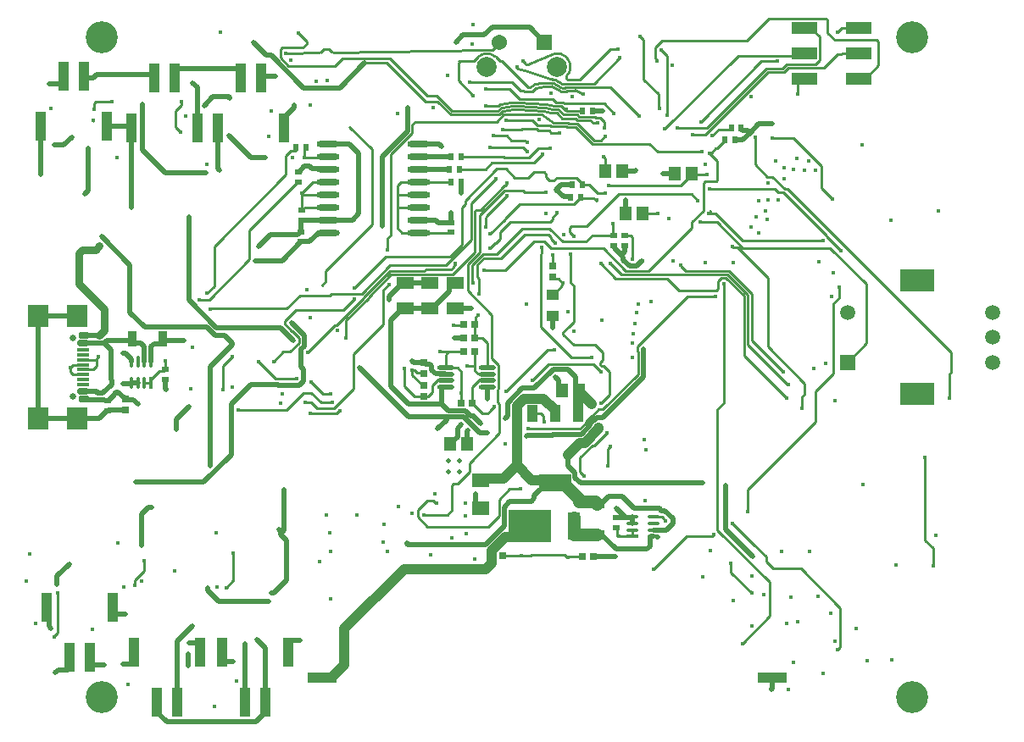
<source format=gbl>
G04*
G04 #@! TF.GenerationSoftware,Altium Limited,Altium Designer,22.1.2 (22)*
G04*
G04 Layer_Physical_Order=4*
G04 Layer_Color=16711680*
%FSLAX44Y44*%
%MOMM*%
G71*
G04*
G04 #@! TF.SameCoordinates,74BE647B-5A68-4C54-96DD-97E0C3036DEC*
G04*
G04*
G04 #@! TF.FilePolarity,Positive*
G04*
G01*
G75*
%ADD14C,0.2540*%
%ADD21R,0.7500X0.6500*%
%ADD25R,0.6500X0.7500*%
%ADD26R,0.6400X0.5400*%
%ADD31R,0.3750X1.1565*%
G04:AMPARAMS|DCode=32|XSize=1.1565mm|YSize=0.375mm|CornerRadius=0.1875mm|HoleSize=0mm|Usage=FLASHONLY|Rotation=90.000|XOffset=0mm|YOffset=0mm|HoleType=Round|Shape=RoundedRectangle|*
%AMROUNDEDRECTD32*
21,1,1.1565,0.0000,0,0,90.0*
21,1,0.7815,0.3750,0,0,90.0*
1,1,0.3750,0.0000,0.3908*
1,1,0.3750,0.0000,-0.3908*
1,1,0.3750,0.0000,-0.3908*
1,1,0.3750,0.0000,0.3908*
%
%ADD32ROUNDEDRECTD32*%
%ADD38R,0.5400X0.6400*%
%ADD39R,0.9000X1.6500*%
%ADD43R,1.2000X1.1000*%
%ADD44R,1.8000X1.3500*%
%ADD45R,0.6500X0.5500*%
%ADD46R,0.5500X0.6500*%
%ADD95C,0.6500*%
%ADD99R,1.5400X1.5400*%
%ADD100C,1.5400*%
%ADD101C,2.0000*%
%ADD105C,0.5080*%
%ADD107C,0.7620*%
%ADD109C,1.0000*%
%ADD110R,3.5000X2.3000*%
%ADD111R,1.5000X1.5000*%
%ADD112C,1.5000*%
%ADD113C,3.2000*%
%ADD114C,0.4500*%
%ADD115C,0.5000*%
%ADD116R,1.0000X3.0000*%
%ADD117O,2.3000X0.6000*%
%ADD118R,2.5400X1.2700*%
%ADD119R,1.1500X0.3000*%
G04:AMPARAMS|DCode=120|XSize=0.6mm|YSize=1.15mm|CornerRadius=0.15mm|HoleSize=0mm|Usage=FLASHONLY|Rotation=90.000|XOffset=0mm|YOffset=0mm|HoleType=Round|Shape=RoundedRectangle|*
%AMROUNDEDRECTD120*
21,1,0.6000,0.8500,0,0,90.0*
21,1,0.3000,1.1500,0,0,90.0*
1,1,0.3000,0.4250,0.1500*
1,1,0.3000,0.4250,-0.1500*
1,1,0.3000,-0.4250,-0.1500*
1,1,0.3000,-0.4250,0.1500*
%
%ADD120ROUNDEDRECTD120*%
G04:AMPARAMS|DCode=121|XSize=0.6mm|YSize=1.1mm|CornerRadius=0.15mm|HoleSize=0mm|Usage=FLASHONLY|Rotation=90.000|XOffset=0mm|YOffset=0mm|HoleType=Round|Shape=RoundedRectangle|*
%AMROUNDEDRECTD121*
21,1,0.6000,0.8000,0,0,90.0*
21,1,0.3000,1.1000,0,0,90.0*
1,1,0.3000,0.4000,0.1500*
1,1,0.3000,0.4000,-0.1500*
1,1,0.3000,-0.4000,-0.1500*
1,1,0.3000,-0.4000,0.1500*
%
%ADD121ROUNDEDRECTD121*%
%ADD122R,2.0000X2.1800*%
%ADD123R,3.0000X1.0000*%
%ADD124O,1.7000X0.4500*%
%ADD125R,1.1565X0.3750*%
G04:AMPARAMS|DCode=126|XSize=1.1565mm|YSize=0.375mm|CornerRadius=0.1875mm|HoleSize=0mm|Usage=FLASHONLY|Rotation=0.000|XOffset=0mm|YOffset=0mm|HoleType=Round|Shape=RoundedRectangle|*
%AMROUNDEDRECTD126*
21,1,1.1565,0.0000,0,0,0.0*
21,1,0.7815,0.3750,0,0,0.0*
1,1,0.3750,0.3908,0.0000*
1,1,0.3750,-0.3908,0.0000*
1,1,0.3750,-0.3908,0.0000*
1,1,0.3750,0.3908,0.0000*
%
%ADD126ROUNDEDRECTD126*%
%ADD127R,1.2000X1.4000*%
%ADD128R,1.6500X0.9000*%
%ADD129R,1.7062X1.1544*%
%ADD130R,1.1500X1.1000*%
%ADD131R,4.3500X3.2000*%
%ADD132R,3.2500X1.7000*%
%ADD133R,1.0000X1.7000*%
%ADD134C,1.2700*%
D14*
X299390Y675022D02*
G03*
X299485Y675113I-1706J1882D01*
G01*
X297617Y674256D02*
G03*
X299271Y674913I-52J2539D01*
G01*
X309409Y675219D02*
G03*
X311240Y674475I1796J1796D01*
G01*
X553067Y636749D02*
G03*
X553548Y636599I992J2338D01*
G01*
X530218Y644242D02*
G03*
X531535Y643902I4832J15996D01*
G01*
X544434Y650855D02*
G03*
X529891Y672464I-9384J9383D01*
G01*
X530756Y647682D02*
G03*
X533205Y647097I4294J12556D01*
G01*
X529734Y640802D02*
G03*
X529783Y640788I5316J19436D01*
G01*
X473670Y670240D02*
G03*
X456230Y670240I-8720J-10002D01*
G01*
X554529Y636348D02*
G03*
X554054Y636495I-986J-2341D01*
G01*
X437228Y665506D02*
G03*
X437227Y665506I1796J-1796D01*
G01*
X464950Y676948D02*
G03*
X464681Y676946I0J-16710D01*
G01*
X33000Y90500D02*
Y91030D01*
X36604Y94634D01*
Y134473D01*
X521625Y305625D02*
Y311095D01*
Y305625D02*
X522000Y305250D01*
X519220Y313500D02*
X521625Y311095D01*
X510000Y313500D02*
X519220D01*
X615479Y375894D02*
Y380508D01*
X580498Y317699D02*
X615750Y352952D01*
X615479Y380508D02*
X665626Y430654D01*
X615750Y352952D02*
Y375623D01*
X615479Y375894D02*
X615750Y375623D01*
X759940Y658690D02*
X764190Y662940D01*
X765690D01*
X744198Y658690D02*
X759940D01*
X766000Y659500D02*
X802000D01*
X761750Y655250D02*
X766000Y659500D01*
X745623Y655250D02*
X761750D01*
X765690Y662940D02*
X765750Y663000D01*
X793440D01*
X684663Y599155D02*
X744198Y658690D01*
X683178Y592805D02*
X745623Y655250D01*
X802000Y659500D02*
X815257Y672757D01*
X818807D01*
X793440Y663000D02*
X797038Y666598D01*
X655359Y599155D02*
X684663D01*
X670618Y592805D02*
X683178D01*
X716058Y671580D02*
X779378D01*
X642480Y598002D02*
X716058Y671580D01*
X775000Y633399D02*
Y643520D01*
X780080Y648600D02*
X781798D01*
X775000Y643520D02*
X780080Y648600D01*
X819400Y699400D02*
X836398D01*
X746290Y708290D02*
X803722D01*
X633150Y679745D02*
X636413Y683008D01*
X724500Y686500D02*
X746290Y708290D01*
X640250Y686500D02*
X724500D01*
X636758Y683008D02*
X640250Y686500D01*
X636413Y683008D02*
X636758D01*
X797038Y666598D02*
Y690510D01*
X788148Y699400D02*
X797038Y690510D01*
X781798Y699400D02*
X788148D01*
X818807Y672757D02*
X820051Y674000D01*
X836398D01*
X779378Y671580D02*
X781798Y674000D01*
X803722Y708290D02*
X805210Y706802D01*
Y694040D02*
Y706802D01*
Y694040D02*
X812250Y687000D01*
X854262D01*
X855750Y685512D01*
Y661602D02*
Y685512D01*
X842748Y648600D02*
X855750Y661602D01*
X836398Y648600D02*
X842748D01*
X633150Y668559D02*
Y679745D01*
Y668559D02*
X635169Y666540D01*
Y666010D02*
Y666540D01*
X815000Y695000D02*
X819400Y699400D01*
X720000Y84000D02*
X747250Y111250D01*
Y145648D01*
X701342Y324371D02*
Y443778D01*
X695290Y318318D02*
X701342Y324371D01*
X695290Y197460D02*
Y318318D01*
Y197460D02*
X747096Y145654D01*
X201000Y337500D02*
Y361001D01*
X210439Y370440D01*
X304764Y569795D02*
X305618Y570648D01*
X292945Y569795D02*
X304764D01*
X292400Y569250D02*
X292945Y569795D01*
X283250Y569250D02*
X292400D01*
X283000D02*
X283250D01*
X273929Y579180D02*
X274250Y579500D01*
X273929Y578820D02*
Y579180D01*
Y576524D02*
Y578820D01*
X269147Y576524D02*
X273929D01*
X264180Y571557D02*
X269147Y576524D01*
X264180Y552547D02*
Y571557D01*
X192446Y480813D02*
X264180Y552547D01*
X192446Y456079D02*
Y480813D01*
Y456079D02*
X192861Y455664D01*
Y441153D02*
Y455664D01*
X185486Y433777D02*
X192861Y441153D01*
X283000Y578250D02*
X284250Y579500D01*
X283000Y569250D02*
Y578250D01*
X187335Y427750D02*
X227680Y468094D01*
Y496930D01*
X276000Y545250D01*
X276500D01*
X178000Y427750D02*
X187335D01*
X548789Y444396D02*
Y473136D01*
Y444396D02*
X551533Y441652D01*
Y405614D02*
Y441652D01*
X546420Y400500D02*
X551533Y405614D01*
X677813Y505170D02*
X694816D01*
X720634Y479352D02*
X807756D01*
X686226Y513583D02*
X693417D01*
X694816Y505170D02*
X720634Y479352D01*
X720594Y486406D02*
X800433D01*
X693417Y513583D02*
X720594Y486406D01*
X686999Y538087D02*
X752290D01*
X755877Y534500D01*
X761218D01*
X730742Y183742D02*
X743693Y170792D01*
Y165607D02*
Y170792D01*
X710307Y204177D02*
X730742Y183742D01*
X390250Y352393D02*
Y357250D01*
X401405Y354179D02*
X401643Y353942D01*
X392779Y356971D02*
X395571Y354179D01*
X390529Y356971D02*
X392779D01*
X395571Y354179D02*
X401405D01*
X390250Y357250D02*
X390529Y356971D01*
X390250Y352393D02*
X401143Y341500D01*
X401643D01*
X332048Y373318D02*
X361704Y402975D01*
Y437084D01*
X367274Y442654D01*
X332048Y338518D02*
Y373318D01*
X113068Y141659D02*
X113443Y142034D01*
Y147320D02*
X122842Y156719D01*
Y166750D01*
X113443Y142034D02*
Y147320D01*
X369318Y573090D02*
X390460Y594232D01*
Y602249D02*
X393238Y605027D01*
X390460Y594232D02*
Y602249D01*
X369318Y492113D02*
Y573090D01*
X375454Y532548D02*
X387923D01*
X397617D01*
X387923D02*
Y533018D01*
X375978Y519848D02*
X397617D01*
X375454Y541760D02*
X378943Y545248D01*
X375454Y532548D02*
Y541760D01*
X378943Y545248D02*
X397617D01*
X375454Y520372D02*
X375978Y519848D01*
X375454Y498985D02*
Y520372D01*
Y532548D01*
X365878Y488673D02*
X369318Y492113D01*
X261273Y375296D02*
X268424D01*
X270232Y396303D02*
X270324D01*
X268424Y375296D02*
X277570Y384443D01*
X262986Y405746D02*
X274393Y417153D01*
X277570Y384443D02*
Y389057D01*
X262986Y403550D02*
X270232Y396303D01*
X270324D02*
X277570Y389057D01*
X262986Y403550D02*
Y405746D01*
X71750Y605970D02*
Y606500D01*
X540105Y444250D02*
X540500D01*
X531368Y432654D02*
X540221Y441506D01*
Y443971D01*
X540500Y444250D01*
X532563Y448119D02*
X536236D01*
X530583Y450099D02*
X532563Y448119D01*
X536236D02*
X540105Y444250D01*
X530868Y432654D02*
X531368D01*
X732708Y562925D02*
Y590154D01*
X750065Y550433D02*
X762558Y537940D01*
X745200Y550433D02*
X750065D01*
X762558Y537940D02*
X765239D01*
X732708Y562925D02*
X745200Y550433D01*
X765239Y537940D02*
X928270Y374909D01*
Y354794D02*
Y374909D01*
X771127Y589000D02*
X799014Y561113D01*
Y539453D02*
X810000Y528467D01*
X799014Y539453D02*
Y561113D01*
X750000Y589000D02*
X771127D01*
X708500Y155000D02*
X729500Y134000D01*
X708500Y155000D02*
Y163750D01*
X72500Y617500D02*
Y623701D01*
X74049Y625250D01*
X90500D01*
X153750Y615750D02*
X159755Y621755D01*
Y625245D01*
X159500Y625500D02*
X159755Y625245D01*
X153750Y599769D02*
Y615750D01*
Y599769D02*
X158592Y594927D01*
X815250Y77250D02*
Y77780D01*
X818070Y80600D02*
Y118940D01*
X815250Y77780D02*
X818070Y80600D01*
X452889Y402420D02*
X453920Y403451D01*
Y409980D01*
X456045Y412105D01*
Y412500D01*
X452889Y388920D02*
Y402420D01*
X299271Y674913D02*
X299390Y675022D01*
X311240Y674475D02*
X311245Y674475D01*
X299485Y675113D02*
X302193Y677820D01*
X306807D02*
X309408Y675219D01*
X264354Y673720D02*
X297617Y674256D01*
X311245Y674475D02*
X464681Y676946D01*
X309408Y675219D02*
X309409Y675219D01*
X302193Y677820D02*
X306807D01*
X557908Y647069D02*
X588589Y677750D01*
X595500D01*
X470998Y591263D02*
X484773D01*
X489188Y586848D01*
X480750Y597250D02*
X499065D01*
X500211Y598396D01*
X489188Y586848D02*
X502532D01*
X500211Y598396D02*
X514272D01*
X484250Y606750D02*
X484290Y606790D01*
X510187D01*
X301336Y333000D02*
X308750D01*
X289244Y345093D02*
X301336Y333000D01*
X658200Y461614D02*
X663586Y456228D01*
X658200Y461614D02*
Y462050D01*
X663586Y456228D02*
X706499D01*
X463761Y500261D02*
Y509442D01*
X463750Y500250D02*
X463761Y500261D01*
X482939Y509034D02*
X497253Y523348D01*
X482939Y508189D02*
Y509034D01*
X468250Y493500D02*
X482939Y508189D01*
X497253Y523348D02*
X551862D01*
X506500Y298500D02*
X558092D01*
X563540Y303948D01*
X431960Y402210D02*
X441679D01*
X441889Y402420D01*
X431750Y402000D02*
X431960Y402210D01*
X520750Y572756D02*
Y573000D01*
X512066Y564072D02*
X520750Y572756D01*
X469477Y564072D02*
X512066D01*
X778329Y158681D02*
X818070Y118940D01*
X529019Y594500D02*
X537250D01*
X527258Y596261D02*
X529019Y594500D01*
X477345Y211387D02*
Y227845D01*
X466457Y200500D02*
X477345Y211387D01*
Y227845D02*
X487863Y238363D01*
X498070D01*
X288318Y314158D02*
X315170D01*
X317621Y316609D02*
X318016D01*
X315170Y314158D02*
X317621Y316609D01*
X295644Y318967D02*
X312497D01*
X299181Y324537D02*
X310190D01*
X289611Y325000D02*
X295644Y318967D01*
X312497D02*
X332048Y338518D01*
X631373Y158239D02*
X664384Y191250D01*
X689720D01*
X691406Y192936D02*
X691936D01*
X689720Y191250D02*
X691406Y192936D01*
X251752Y365775D02*
X261273Y375296D01*
X510538Y346962D02*
X526287Y362710D01*
X571169D01*
X526000Y377500D02*
X532596D01*
X484000Y335500D02*
X526000Y377500D01*
X447500Y263967D02*
X477734Y294201D01*
X469679Y369003D02*
X476655Y362027D01*
X475854Y324750D02*
Y337398D01*
Y324750D02*
X477734Y322869D01*
X475854Y337398D02*
X476655Y338200D01*
X477734Y294201D02*
Y322869D01*
X476655Y338200D02*
Y362027D01*
X571169Y362710D02*
X578596Y355283D01*
X435908Y243500D02*
X447500Y255092D01*
X430000Y242012D02*
X431488Y243500D01*
X430000Y217250D02*
Y242012D01*
X431488Y243500D02*
X435908D01*
X447500Y255092D02*
Y263967D01*
X425331Y212581D02*
X430000Y217250D01*
X405530Y200500D02*
X466457D01*
X395849Y210181D02*
X405530Y200500D01*
X401643Y212581D02*
X425331D01*
X578550Y323629D02*
X587480Y332559D01*
X576077Y317699D02*
X580498D01*
X563540Y305449D02*
X569771Y311680D01*
X570057D02*
X576077Y317699D01*
X569771Y311680D02*
X570057D01*
X563540Y303948D02*
Y305449D01*
X518736Y400496D02*
Y472759D01*
Y400496D02*
X549591Y369641D01*
X569519D01*
X572487Y282080D02*
X585233Y294826D01*
X558038Y255165D02*
Y269709D01*
X570409Y282080D02*
X572487D01*
X558038Y269709D02*
X570409Y282080D01*
X587480Y332559D02*
Y355283D01*
X561583Y251090D02*
Y251620D01*
X558038Y255165D02*
X561583Y251620D01*
X586039Y261276D02*
Y278713D01*
X587920Y280594D01*
Y281124D01*
X750619Y158681D02*
X778329D01*
X743693Y165607D02*
X750619Y158681D01*
X382393Y341147D02*
X393039Y330500D01*
X401643D01*
X468090Y478906D02*
X472864Y483680D01*
X473683D02*
X478127Y488125D01*
X472864Y483680D02*
X473683D01*
X499000Y172000D02*
X508987D01*
X480500D02*
X499000D01*
X411568Y226552D02*
X414120Y224000D01*
X414650D01*
X405318Y226552D02*
X411568D01*
X450089Y462224D02*
X460977Y473113D01*
X455205Y450325D02*
Y462476D01*
X461778Y469049D01*
X450089Y446850D02*
Y462224D01*
X451419Y444050D02*
Y445520D01*
X461865Y456900D02*
X483197D01*
X450089Y446850D02*
X451419Y445520D01*
X467736Y316358D02*
X471940Y320562D01*
X472164D01*
X445625Y462626D02*
X457780Y474780D01*
Y511917D01*
X482735Y536873D01*
X500493D02*
X500625Y536740D01*
X482735Y536873D02*
X500493D01*
X465031Y511376D02*
X484958Y531303D01*
X485042D01*
X463761Y509442D02*
X465031Y510712D01*
Y511376D01*
X463550Y621522D02*
X463650Y621422D01*
X476367D01*
X506052Y663012D02*
X508099Y663268D01*
X529891Y672464D01*
X503948Y663012D02*
X506052D01*
X503791Y663169D02*
X503948Y663012D01*
X495348Y658750D02*
Y660238D01*
X501061Y665899D02*
X503791Y663169D01*
X543468Y640160D02*
X543498Y640189D01*
X545728Y647069D02*
X546754Y647069D01*
X542724Y639416D02*
X543468Y640160D01*
X544922Y636749D02*
X553067D01*
X571888Y643629D02*
X597485Y669225D01*
X539195Y635976D02*
X544149D01*
X544240Y648557D02*
Y650661D01*
X542073Y643629D02*
X571888D01*
X588211Y640189D02*
X597587Y630813D01*
X536633Y637176D02*
X539195Y635976D01*
X540620Y639416D02*
X542724D01*
X529783Y640788D02*
X536633Y637176D01*
X533205Y647097D02*
X539939Y643600D01*
X553067Y636749D02*
X553067Y636749D01*
X544149Y635976D02*
X544922Y636749D01*
X539939Y643600D02*
X542043Y643600D01*
X522306Y640802D02*
X529734D01*
X542043Y643600D02*
X542073Y643629D01*
X546754Y647069D02*
X557908D01*
X544240Y650661D02*
X544434Y650855D01*
X544240Y648557D02*
X545728Y647069D01*
X531535Y643902D02*
X538514Y640160D01*
X540620Y639416D01*
X543498Y640189D02*
X588211D01*
X512291Y642856D02*
X520881Y644242D01*
X502693Y656390D02*
X530756Y647682D01*
X520881Y644242D02*
X530218D01*
X513716Y639416D02*
X522306Y640802D01*
X495348Y658750D02*
X502693Y656390D01*
X510305Y636005D02*
X513716Y639416D01*
X532558Y626324D02*
X534046Y624836D01*
X497960Y628098D02*
X531070D01*
X487652Y638406D02*
X497960Y628098D01*
X541138Y624836D02*
X542137Y623836D01*
X532558Y626324D02*
Y626611D01*
X531070Y628098D02*
X531814Y627355D01*
X532558Y626611D01*
X534046Y624836D02*
X541138D01*
X542137Y623836D02*
X582054D01*
X509800Y172814D02*
X542656D01*
X545470Y170000D01*
X508987Y172000D02*
X509800Y172814D01*
X559875Y170375D02*
X560500Y171000D01*
X546000Y170000D02*
X546375Y170375D01*
X545470Y170000D02*
X546000D01*
X546375Y170375D02*
X559875D01*
X596750Y190920D02*
X610517D01*
X594851D02*
X596750D01*
X594851D02*
Y199319D01*
X725000Y216021D02*
Y237446D01*
X519755Y612976D02*
X531796Y604286D01*
X544580Y600846D02*
X545140Y600285D01*
X531796Y604286D02*
X546004D01*
X529319Y600846D02*
X544580D01*
X546004Y604286D02*
X546565Y603725D01*
X582274Y599530D02*
Y604868D01*
Y599530D02*
X582649Y599155D01*
X555304Y607165D02*
X568252D01*
X571136Y604281D01*
X574984D01*
X572799Y610605D02*
X573928Y609476D01*
X577666D02*
X582274Y604868D01*
X574984Y604281D02*
X575359Y603906D01*
X573928Y609476D02*
X577666D01*
X556729Y610605D02*
X572799D01*
X578526Y586731D02*
X582701Y590906D01*
X582920D01*
X572084Y586731D02*
X578526D01*
X204322Y139633D02*
X211408Y146719D01*
Y174357D01*
X439639Y323920D02*
Y334434D01*
Y333450D02*
Y355597D01*
X739265Y666010D02*
X755000D01*
X678653Y605398D02*
X739265Y666010D01*
X500661Y579800D02*
X505000Y575461D01*
X468011Y579800D02*
X500661D01*
X504909Y584471D02*
X505000D01*
X502532Y586848D02*
X504909Y584471D01*
X507307Y569891D02*
X516510Y579094D01*
X439236Y570560D02*
X481721D01*
X463535Y558130D02*
X469477Y564072D01*
X516510Y579094D02*
X518614D01*
X518807Y578901D01*
X481721Y570560D02*
X482389Y569891D01*
X507307D01*
X473870Y548456D02*
Y548544D01*
X449449Y524035D02*
X473870Y548456D01*
X494477Y617853D02*
X495838Y617779D01*
X495977Y621218D02*
X521607Y619856D01*
X489148Y624810D02*
X496082D01*
X495838Y617779D02*
X521180Y616416D01*
X524189Y623134D02*
X532177Y621396D01*
X523090Y623226D02*
X524189Y623134D01*
X529327Y614516D02*
X534759D01*
X490573Y621370D02*
X494657D01*
X522674Y619786D02*
X530752Y617956D01*
X479596Y619785D02*
X490573Y621370D01*
X474567Y605027D02*
X481900Y612360D01*
X494657Y621370D02*
X495034Y621294D01*
X496535Y624659D02*
X523090Y623226D01*
X481900Y612360D02*
X515141Y612976D01*
X532177Y621396D02*
X539018D01*
X493232Y617930D02*
X494477Y617853D01*
X463500Y638406D02*
X487652D01*
X491998Y617930D02*
X493232Y617930D01*
X495034Y621294D02*
X495977Y621218D01*
X478171Y623225D02*
X489148Y624810D01*
X496082D02*
X496535Y624659D01*
X515141Y612976D02*
X519755D01*
X481021Y616345D02*
X491998Y617930D01*
X521180Y616416D02*
X529327Y614516D01*
X521607Y619856D02*
X522674Y619786D01*
X530752Y617956D02*
X536184D01*
X508136Y640189D02*
X511664Y642453D01*
X512291Y642856D01*
X514272Y598396D02*
X516407Y596261D01*
X515141Y601836D02*
X528329D01*
X510187Y606790D02*
X515141Y601836D01*
X528329D02*
X529319Y600846D01*
X516407Y596261D02*
X527258D01*
X473670Y670240D02*
X478247Y666250D01*
X451653D02*
X456230Y670240D01*
X498281Y636720D02*
X505351Y636005D01*
X476367Y621422D02*
X478171Y623225D01*
X479970Y666250D02*
X506032Y640189D01*
X490250Y644750D02*
X498281Y636720D01*
X475762Y615952D02*
X479596Y619785D01*
X506032Y640189D02*
X508136Y640189D01*
X505351Y636005D02*
X510305D01*
X536184Y617956D02*
X536928Y617212D01*
X541794Y612346D01*
X480277Y615601D02*
X481021Y616345D01*
X534759Y614516D02*
X535503Y613772D01*
X539018Y621396D02*
X543266Y617147D01*
X477187Y612512D02*
X480277Y615601D01*
X478247Y666250D02*
X479970D01*
X535503Y613772D02*
X540369Y608906D01*
X437971Y666250D02*
X451653D01*
X544068Y616345D02*
Y617949D01*
X582054Y623836D02*
X582492Y623398D01*
X540369Y608906D02*
X553563D01*
X541794Y612346D02*
X554988D01*
X544068Y616345D02*
X560481D01*
X216747Y317408D02*
X264499D01*
X281441Y334350D01*
X598956Y452665D02*
X651953D01*
X609920Y478137D02*
X610359Y477698D01*
X652076Y452788D02*
X705074D01*
X725702Y432161D01*
X603709Y456105D02*
X626619D01*
X669920Y499406D01*
X581108Y478706D02*
X603709Y456105D01*
X651953Y452665D02*
X652076Y452788D01*
X588220Y463400D02*
X598956Y452665D01*
X610359Y467655D02*
Y477698D01*
X609920Y478137D02*
Y489918D01*
X528941Y478706D02*
X581108D01*
X578596Y463400D02*
X593604Y448392D01*
X644831D01*
X393238Y605027D02*
X474567D01*
X430174Y615952D02*
X475762D01*
X428749Y612512D02*
X477187D01*
X658762Y541748D02*
X669480Y552467D01*
X586420Y541748D02*
X658762D01*
X669480Y552467D02*
Y553467D01*
X581709Y570253D02*
X583484Y568478D01*
X581709Y570253D02*
Y570648D01*
X583484Y556345D02*
Y568478D01*
X640877Y210420D02*
X641127Y210171D01*
Y209086D02*
Y210171D01*
Y209086D02*
X643074Y207139D01*
Y206744D02*
Y207139D01*
X553548Y636599D02*
X554054Y636495D01*
X554535Y636345D02*
X561477Y633399D01*
X554529Y636348D02*
X554535Y636345D01*
X597587Y630151D02*
X616659Y611079D01*
X597587Y630151D02*
Y630813D01*
X621420Y647836D02*
X636500Y632756D01*
X617920Y690340D02*
X621420Y686840D01*
Y647836D02*
Y686840D01*
X638720Y677438D02*
X644670Y671488D01*
Y612251D02*
Y671488D01*
X553979Y549346D02*
X560420Y542906D01*
X534477Y549346D02*
X553979D01*
X560420Y542406D02*
Y542906D01*
X811301Y423801D02*
X816500Y429000D01*
X811301Y354065D02*
Y423801D01*
X816500Y429000D02*
Y439852D01*
X437228Y665506D02*
X437971Y666250D01*
X436483Y646435D02*
Y664762D01*
X464950Y676948D02*
X470188Y676948D01*
X436483Y664762D02*
X437227Y665506D01*
X470188Y676948D02*
X470552Y677312D01*
X477500Y684260D01*
X447389Y644750D02*
X490250D01*
X477500Y684260D02*
Y685138D01*
X553665Y600285D02*
X570659Y583291D01*
X627453D01*
X635282Y575461D01*
X555090Y603725D02*
X572084Y586731D01*
X546565Y603725D02*
X555090D01*
X545140Y600285D02*
X553665D01*
X554988Y612346D02*
X556729Y610605D01*
X553563Y608906D02*
X555304Y607165D01*
X414626Y631500D02*
X430174Y615952D01*
X415905Y625355D02*
X428749Y612512D01*
X405264Y631500D02*
X414626D01*
X403301Y625355D02*
X415905D01*
X364317Y664340D02*
X403301Y625355D01*
X342961Y664340D02*
X364317D01*
X320940Y669050D02*
X367714D01*
X405264Y631500D01*
X313280Y661390D02*
X320940Y669050D01*
X258784Y669113D02*
Y677802D01*
X266507Y661390D02*
X313280D01*
X258784Y669113D02*
X266507Y661390D01*
X258784Y677802D02*
X260272Y679290D01*
X280777D01*
X284885Y683398D01*
Y685502D01*
X276256Y694131D02*
X284885Y685502D01*
X341491Y429613D02*
X368218Y456340D01*
X346674Y429931D02*
X369105Y452362D01*
X430497D01*
X339810Y433565D02*
X368105Y461860D01*
X309933Y433565D02*
X339810D01*
X341491Y428992D02*
Y429613D01*
X346674Y429310D02*
Y429931D01*
X313375Y402265D02*
X314765D01*
X341491Y428992D01*
X324244Y406879D02*
X346674Y429310D01*
X368105Y461860D02*
X424240D01*
X368218Y456340D02*
X402527D01*
X286260Y375150D02*
X313375Y402265D01*
X547554Y495213D02*
Y499418D01*
Y495213D02*
X551829Y490938D01*
X564092Y485368D02*
X570131Y491406D01*
X527646Y498400D02*
X540679Y485368D01*
X564092D01*
X499924Y498400D02*
X527646D01*
X547554Y499418D02*
X549042Y500906D01*
X564920D01*
X474636Y473113D02*
X499924Y498400D01*
X596990Y532976D02*
X669219D01*
X564920Y500906D02*
X596990Y532976D01*
X725702Y382189D02*
Y432161D01*
X706499Y456228D02*
X729766Y432962D01*
X656775Y436448D02*
X694284D01*
X695772Y446085D02*
X699035Y449348D01*
X729766Y386319D02*
Y432962D01*
X695772Y437936D02*
Y446085D01*
X694284Y436448D02*
X695772Y437936D01*
X721638Y371586D02*
Y431360D01*
X703649Y449348D02*
X721638Y431360D01*
X699035Y449348D02*
X703649D01*
X417819Y375420D02*
X426189D01*
X804166Y491137D02*
Y491553D01*
Y491137D02*
X818462Y476840D01*
X761218Y534500D02*
X804166Y491553D01*
X807756Y479352D02*
X844039Y443069D01*
X188736Y418532D02*
X265022D01*
X188587Y418383D02*
X188736Y418532D01*
X75428Y368975D02*
X76916Y370463D01*
Y370858D01*
X75428Y367500D02*
Y368975D01*
Y361474D02*
Y367500D01*
X61800D02*
X75428D01*
X71454Y357500D02*
X75428Y361474D01*
X143385Y357525D02*
Y366442D01*
X129342Y347924D02*
X137514Y356095D01*
X141955D02*
X143385Y357525D01*
X129342Y344266D02*
Y347924D01*
X137514Y356095D02*
X141955D01*
X122842Y344266D02*
X129342D01*
X467736Y315995D02*
Y316358D01*
X450639Y323420D02*
X452619Y321440D01*
X460559Y314000D02*
X465741D01*
X453119Y321440D02*
X460559Y314000D01*
X452619Y321440D02*
X453119D01*
X465741Y314000D02*
X467736Y315995D01*
X450639Y323420D02*
Y323920D01*
Y340524D01*
X435552Y359684D02*
X439639Y355597D01*
X436483Y646435D02*
X451419Y631500D01*
X332618Y439560D02*
X363466Y470408D01*
X427924D01*
X365878Y477641D02*
Y488673D01*
X669219Y532976D02*
X675850Y526345D01*
X321776Y417153D02*
X332618Y427995D01*
X324244Y388920D02*
Y406879D01*
X278355Y431865D02*
X308233D01*
X309933Y433565D01*
X274393Y417153D02*
X321776D01*
X696383Y597644D02*
X707622D01*
X708883Y598906D01*
X690085Y591346D02*
X696383Y597644D01*
X689477Y575022D02*
X693531Y579075D01*
X687920Y574318D02*
Y575022D01*
X687481Y573879D02*
X687920Y574318D01*
Y575022D02*
X689477D01*
X687481Y573879D02*
X695133Y566227D01*
X635282Y575461D02*
X679475D01*
X518807Y578901D02*
X527991D01*
X527996Y578906D01*
X484925Y543393D02*
Y543788D01*
X483437Y541905D02*
X484925Y543393D01*
X483437Y541823D02*
Y541905D01*
X482821Y541823D02*
X483437D01*
X449449Y487068D02*
Y524035D01*
X502349Y535015D02*
X523973D01*
X500625Y536740D02*
X502349Y535015D01*
X458442Y517445D02*
X482821Y541823D01*
X483887Y558200D02*
X492741Y549346D01*
X531717Y546586D02*
X534477Y549346D01*
X492741D02*
X506311D01*
X511750Y554785D01*
X521825D02*
X523840Y552770D01*
X511750Y554785D02*
X521825D01*
X527103Y546586D02*
X531717D01*
X523840Y549849D02*
X527103Y546586D01*
X523840Y549849D02*
Y552770D01*
X475100Y558200D02*
X483887D01*
X454377Y517445D02*
X458442D01*
X452889Y515957D02*
X454377Y517445D01*
X452889Y474754D02*
Y515957D01*
X478127Y494720D02*
X488378Y504970D01*
X478127Y488125D02*
Y494720D01*
X488378Y504970D02*
X527860D01*
X479109Y469049D02*
X502839Y492778D01*
X445625Y436311D02*
X469679Y412256D01*
X483197Y456900D02*
X511966Y485669D01*
X461778Y469049D02*
X479109D01*
X521978Y485669D02*
X528941Y478706D01*
X457213Y433672D02*
Y448317D01*
X460977Y473113D02*
X474636D01*
X526329Y492778D02*
X528992Y490116D01*
X455205Y450325D02*
X457213Y448317D01*
X502839Y492778D02*
X526329D01*
X511966Y485669D02*
X521978D01*
X445625Y436311D02*
Y462626D01*
X528992Y488450D02*
Y490116D01*
Y488450D02*
X533165Y484276D01*
X430497Y452362D02*
X452889Y474754D01*
X424240Y461860D02*
X449449Y487068D01*
X439850Y482335D02*
Y519504D01*
X427924Y470408D02*
X439850Y482335D01*
X431268Y459370D02*
Y460616D01*
X433658Y463005D01*
Y463400D01*
X429472Y457574D02*
X431268Y459370D01*
X403761Y457574D02*
X429472D01*
X402527Y456340D02*
X403761Y457574D01*
X281441Y334350D02*
X289368D01*
X283729Y325000D02*
X289611D01*
X289368Y334350D02*
X299181Y324537D01*
X253556Y348934D02*
X275000D01*
X236714Y365775D02*
X253556Y348934D01*
X265022Y418532D02*
X278355Y431865D01*
X693645Y545619D02*
X695133Y547107D01*
X683207Y545619D02*
X693645D01*
X695133Y547107D02*
Y566227D01*
X669971Y552976D02*
X684982D01*
X681420Y543832D02*
X683207Y545619D01*
X681420Y516654D02*
Y543832D01*
X669920Y505154D02*
X681420Y516654D01*
X686226Y513978D02*
X688192Y515944D01*
X669920Y499406D02*
Y505154D01*
X688192Y515944D02*
Y516345D01*
X686226Y513583D02*
Y513978D01*
X608432Y491406D02*
X609920Y489918D01*
X602920Y491406D02*
X608432D01*
X530750Y471710D02*
X530917Y471877D01*
X530750Y461266D02*
Y471710D01*
X519930Y473954D02*
Y479839D01*
X530583Y461099D02*
X530750Y461266D01*
X518736Y472759D02*
X519930Y473954D01*
X551862Y523348D02*
X558587Y530074D01*
X710000Y480000D02*
X715121D01*
X279626Y517404D02*
X280126Y516904D01*
X283071Y519848D02*
X305618D01*
X280126Y516904D02*
X283071Y519848D01*
X279626Y517404D02*
Y533898D01*
X290918Y545190D01*
X305559D01*
X305618Y545248D01*
X280976Y532548D02*
X305618D01*
X279626Y533898D02*
X280976Y532548D01*
X423615Y359684D02*
X435552D01*
X423615D02*
Y371910D01*
X424769Y373064D01*
Y374000D01*
X426189Y375420D01*
X441889D01*
X397617Y494448D02*
X397730Y494561D01*
X428707D01*
X428819Y494674D01*
X379991Y494448D02*
X397617D01*
X375454Y498985D02*
X379991Y494448D01*
X397617Y545248D02*
X397659Y545290D01*
X428819D01*
X428861Y545332D01*
X610517Y190920D02*
Y197420D01*
X594500Y199670D02*
X594851Y199319D01*
X620784Y513388D02*
X620790Y513382D01*
X635359D01*
X710000Y480000D02*
Y480936D01*
X715121Y480000D02*
X745394Y449727D01*
Y380356D02*
Y449727D01*
Y380356D02*
X782514Y343236D01*
Y332934D02*
Y343236D01*
X779819Y330239D02*
X782514Y332934D01*
X779819Y319000D02*
Y330239D01*
X844039Y384039D02*
Y443069D01*
X825000Y365000D02*
X844039Y384039D01*
X51550Y352500D02*
X61800D01*
X48752Y355298D02*
X51550Y352500D01*
X48752Y355298D02*
Y359799D01*
X51453Y362500D01*
X61800D01*
Y357500D02*
X71454D01*
X437519Y558130D02*
X463535D01*
X631534Y210420D02*
X640877D01*
X644831Y448392D02*
X656775Y436448D01*
X721638Y371586D02*
X764130Y329094D01*
X725702Y382189D02*
X765391Y342500D01*
X582492Y623398D02*
X591984Y613906D01*
X927085Y353608D02*
X928270Y354794D01*
X927085Y329094D02*
Y353608D01*
X902630Y187162D02*
Y270000D01*
Y187162D02*
X910924Y178868D01*
Y161886D02*
Y178868D01*
X792828Y335592D02*
X811301Y354065D01*
X792828Y305273D02*
Y335592D01*
X725000Y237446D02*
X792828Y305273D01*
X729766Y386319D02*
X760802Y355283D01*
X636500Y619934D02*
Y632756D01*
X469679Y369003D02*
Y412256D01*
X401643Y330500D02*
X402143Y331000D01*
X406155D01*
X410618Y335463D01*
Y342186D01*
X415115Y346684D01*
X423615D01*
X382393Y341147D02*
Y359000D01*
X395849Y217083D02*
X405318Y226552D01*
X395849Y210181D02*
Y217083D01*
X578146Y362564D02*
Y364668D01*
X580359Y366881D02*
Y375061D01*
X572920Y382500D02*
X580359Y375061D01*
X540972Y392948D02*
X551420Y382500D01*
X540972Y392948D02*
Y395052D01*
X581687Y361076D02*
X587480Y355283D01*
X579634Y361076D02*
X581687D01*
X578146Y362564D02*
X579634Y361076D01*
X578146Y364668D02*
X580359Y366881D01*
X551420Y382500D02*
X572920D01*
X540972Y395052D02*
X546420Y400500D01*
X452889Y388920D02*
X460695D01*
X465615Y384000D01*
Y359684D02*
Y384000D01*
X450639Y340524D02*
X456799Y346684D01*
X465615D01*
X665626Y430654D02*
X693624D01*
X465240Y353559D02*
X465615Y353184D01*
X455833Y353559D02*
X465240D01*
X452889Y356503D02*
X455833Y353559D01*
X452889Y356503D02*
Y361108D01*
X452723Y361275D02*
X452889Y361108D01*
X445519Y361275D02*
X452723D01*
X452889Y361108D02*
Y375420D01*
X527860Y504970D02*
X530604Y507714D01*
Y509510D01*
X535296Y514202D01*
X560420Y542406D02*
X567098D01*
X575404Y534101D01*
X582850D01*
X443519Y526619D02*
X475100Y558200D01*
X443519Y523173D02*
Y526619D01*
X439850Y519504D02*
X443519Y523173D01*
X558587Y530074D02*
X559755Y528906D01*
X571702D01*
X574263Y526345D01*
X590890Y491937D02*
X591420Y491406D01*
X590890Y491937D02*
Y503118D01*
X570131Y491406D02*
X591420D01*
X702420Y586906D02*
Y587406D01*
X694589Y579075D02*
X702420Y586906D01*
X693531Y579075D02*
X694589D01*
X327758Y600007D02*
X350000Y577765D01*
Y502406D02*
Y577765D01*
X304118Y445787D02*
Y456524D01*
X300000Y441670D02*
X304118Y445787D01*
Y456524D02*
X350000Y502406D01*
D21*
X401643Y353942D02*
D03*
Y364942D02*
D03*
Y330500D02*
D03*
Y341500D02*
D03*
X530583Y461099D02*
D03*
Y450099D02*
D03*
X103884Y317408D02*
D03*
Y328408D02*
D03*
D25*
X452889Y388920D02*
D03*
X441889D02*
D03*
Y375420D02*
D03*
X452889D02*
D03*
X439639Y323920D02*
D03*
X450639D02*
D03*
X441889Y402420D02*
D03*
X452889D02*
D03*
X560500Y171000D02*
D03*
X571500D02*
D03*
X469500Y172000D02*
D03*
X480500D02*
D03*
D26*
X143385Y357525D02*
D03*
Y347525D02*
D03*
X602920Y481406D02*
D03*
Y491406D02*
D03*
X591420Y481406D02*
D03*
Y491406D02*
D03*
X594500Y199670D02*
D03*
Y209670D02*
D03*
X279456Y485448D02*
D03*
Y495448D02*
D03*
X279626Y506904D02*
D03*
Y516904D02*
D03*
X428819Y504674D02*
D03*
Y494674D02*
D03*
X86000Y326616D02*
D03*
Y316616D02*
D03*
D31*
X129342Y344266D02*
D03*
D32*
X122842D02*
D03*
X116342D02*
D03*
X109842D02*
D03*
Y365283D02*
D03*
X116342D02*
D03*
X122842D02*
D03*
X129342D02*
D03*
D38*
X718883Y598906D02*
D03*
X708883D02*
D03*
X712420Y587406D02*
D03*
X702420D02*
D03*
X548587Y530074D02*
D03*
X558587D02*
D03*
X550420Y542406D02*
D03*
X560420D02*
D03*
X570481Y616345D02*
D03*
X560481D02*
D03*
X438861Y545332D02*
D03*
X428861D02*
D03*
D39*
X110345Y388380D02*
D03*
X140845D02*
D03*
D43*
X530868Y432654D02*
D03*
Y411653D02*
D03*
D44*
X458750Y219000D02*
D03*
Y247000D02*
D03*
D45*
X276500Y555250D02*
D03*
Y545250D02*
D03*
D46*
X284250Y579500D02*
D03*
X274250D02*
D03*
X437519Y558130D02*
D03*
X427519D02*
D03*
X439236Y570560D02*
D03*
X429236D02*
D03*
D95*
X51050Y388900D02*
D03*
Y331100D02*
D03*
D99*
X522500Y685138D02*
D03*
D100*
X477500D02*
D03*
D101*
X535050Y660238D02*
D03*
X464950D02*
D03*
D105*
X27919Y101081D02*
Y117618D01*
Y101081D02*
X29750Y99250D01*
X42062Y645460D02*
Y650500D01*
X39602Y643000D02*
X42062Y645460D01*
X27460Y643000D02*
X39602D01*
X85062Y600500D02*
Y610500D01*
X19062Y553062D02*
Y600500D01*
X85062D02*
X108651D01*
X62062Y649340D02*
Y650500D01*
Y649340D02*
X71652D01*
X74812Y652500D01*
X108651Y600500D02*
X109811Y599340D01*
X91459Y115460D02*
Y120078D01*
X48459Y60078D02*
Y70078D01*
X36868Y57618D02*
X45999D01*
X48459Y60078D01*
X68459Y64680D02*
Y70078D01*
X25459Y120078D02*
X27919Y117618D01*
X68459Y64680D02*
X70919Y62220D01*
X82638D01*
X34000Y54750D02*
X36868Y57618D01*
X91459Y115460D02*
X93919Y113000D01*
X103750D01*
X391558Y364942D02*
X401643D01*
X390000Y366500D02*
X391558Y364942D01*
X200407Y68210D02*
Y75000D01*
X202867Y65750D02*
X211750D01*
X200407Y68210D02*
X202867Y65750D01*
X63000Y533000D02*
X66750Y536750D01*
Y578500D01*
X35250Y150902D02*
X47848Y163500D01*
X35250Y143250D02*
Y150902D01*
X282750Y561000D02*
X287370D01*
X277210Y555460D02*
X282750Y561000D01*
X290055Y558316D02*
X305250D01*
X276710Y555460D02*
X277210D01*
X287370Y561000D02*
X290055Y558316D01*
X276500Y555250D02*
X276710Y555460D01*
X305250Y558316D02*
X305618Y557948D01*
X145062Y5584D02*
X233990D01*
X135645Y15000D02*
Y25000D01*
Y15000D02*
X145062Y5584D01*
X243406Y25000D02*
Y79282D01*
Y15000D02*
Y25000D01*
X233990Y5584D02*
X243406Y15000D01*
X621000Y350250D02*
Y378151D01*
X621049Y378201D01*
X580690Y309940D02*
X621000Y350250D01*
X155645Y25000D02*
Y86395D01*
X170750Y101500D01*
X608250Y178000D02*
X625000D01*
X593830D02*
X608250D01*
X369250Y406923D02*
X380859Y418532D01*
X369250Y398552D02*
Y406923D01*
X380859Y418532D02*
X383618D01*
X407854D01*
X369250Y341000D02*
Y398552D01*
X386810Y323440D02*
X419587D01*
X369250Y341000D02*
X386810Y323440D01*
X385750Y596184D02*
Y619250D01*
X360308Y570741D02*
X385750Y596184D01*
X360308Y501115D02*
Y570741D01*
X194876Y399468D02*
X259282D01*
X269765Y404648D02*
X282280Y392132D01*
X259282Y399468D02*
X272000Y386750D01*
X282280Y380843D02*
Y392132D01*
X279420Y377983D02*
X282280Y380843D01*
X397617Y583348D02*
X416902D01*
X419500Y580750D01*
X77785Y308900D02*
X85500Y316616D01*
X418750Y558040D02*
X427348D01*
X397708D02*
X418750D01*
X419750Y570604D02*
X429112D01*
X397662D02*
X419750D01*
X120750Y577267D02*
Y623000D01*
Y577267D02*
X143361Y554656D01*
X207000Y630250D02*
X208250Y629000D01*
X191562Y630250D02*
X207000D01*
X504000Y290750D02*
X504910Y291660D01*
X530002D01*
X531342Y293000D01*
X453750Y223210D02*
Y233750D01*
X457960Y219000D02*
X458750D01*
X453750Y223210D02*
X457960Y219000D01*
X458750D02*
X458750Y219000D01*
X89200Y359250D02*
Y377500D01*
Y347862D02*
Y359250D01*
X465615Y328865D02*
Y339894D01*
X465250Y328500D02*
X465615Y328865D01*
X207500Y591250D02*
X229388Y569362D01*
X243606D01*
X101351Y343601D02*
X109177D01*
X109842Y344266D02*
X116342D01*
X109177Y343601D02*
X109842Y344266D01*
X101250Y343500D02*
X101351Y343601D01*
X96542Y335250D02*
X102674Y329118D01*
X103174D01*
X103884Y328408D01*
X92514Y333264D02*
X94500Y335250D01*
X86660Y326776D02*
X92514Y332629D01*
X94500Y335250D02*
X96542D01*
X92514Y332629D02*
Y333264D01*
X600484Y556345D02*
X612845D01*
X613250Y556750D01*
X457809Y294614D02*
X465615D01*
X448142Y303590D02*
X448833D01*
X445519Y296269D02*
X446000Y296750D01*
X445519Y283052D02*
Y296269D01*
X441352Y310380D02*
X448142Y303590D01*
X448833D02*
X457809Y294614D01*
X143385Y338865D02*
Y347525D01*
Y338865D02*
X144250Y338000D01*
X703467Y198033D02*
Y241217D01*
X703750Y241500D01*
X703467Y198033D02*
X730750Y170750D01*
X487756Y226000D02*
X509130D01*
X463607Y182910D02*
X482055Y201358D01*
Y220299D02*
X487756Y226000D01*
X482055Y201358D02*
Y220299D01*
X386090Y182910D02*
X463607D01*
X385000Y184000D02*
X386090Y182910D01*
X186250Y137137D02*
Y139250D01*
Y137137D02*
X197409Y125978D01*
X182651Y621340D02*
X191562Y630250D01*
X101000Y63355D02*
X110185D01*
X112645Y65815D01*
Y75000D01*
X167750Y84250D02*
X176185D01*
X178645Y75000D02*
Y81790D01*
X176185Y84250D02*
X178645Y81790D01*
X268867Y87250D02*
X278657D01*
X266407Y84790D02*
X268867Y87250D01*
X266407Y75000D02*
Y84790D01*
X272250Y619376D02*
Y621750D01*
X262214Y599340D02*
Y609340D01*
X272250Y619376D01*
X196214Y558786D02*
X198000Y557000D01*
X196214Y558786D02*
Y599340D01*
X170750Y644500D02*
X175811Y639439D01*
Y599340D02*
Y639439D01*
X109811Y519439D02*
X110000Y519250D01*
X109811Y519439D02*
Y599340D01*
X419750Y323603D02*
Y339894D01*
X420040Y340184D02*
X423615D01*
X419750Y339894D02*
X420040Y340184D01*
X485843Y311343D02*
Y324278D01*
X500564Y339000D02*
X512250D01*
X485843Y324278D02*
X500564Y339000D01*
X556000Y336779D02*
X558000Y334780D01*
X553540Y339240D02*
X556000Y336779D01*
X545750Y358000D02*
X553540Y350210D01*
Y339240D02*
Y350210D01*
X531250Y358000D02*
X545750D01*
X512250Y339000D02*
X531250Y358000D01*
X536540Y340240D02*
Y346710D01*
X533087Y350163D02*
X536540Y346710D01*
X483500Y309000D02*
X485843Y311343D01*
X42265Y582265D02*
X50250Y590250D01*
X33125Y582265D02*
X42265D01*
X426667Y316360D02*
X443749D01*
X419587Y323440D02*
X426667Y316360D01*
X424190Y310380D02*
X441352D01*
X386881Y310420D02*
X424150D01*
X424190Y310380D01*
X424753Y307253D02*
Y310380D01*
X443749Y316360D02*
X443789Y316400D01*
X435709Y298842D02*
X439463Y302596D01*
X415750Y298250D02*
X424753Y307253D01*
X419587Y323440D02*
X419750Y323603D01*
X380827Y316475D02*
X386881Y310420D01*
X380827Y316475D02*
X380827D01*
X337618Y359684D02*
X380827Y316475D01*
X428519Y284052D02*
X431979Y287512D01*
X432733D01*
X435709Y290487D02*
Y298842D01*
X432733Y287512D02*
X435709Y290487D01*
X428519Y283052D02*
Y284052D01*
X750000Y39250D02*
Y50000D01*
X748750Y38000D02*
X750000Y39250D01*
X571500Y171000D02*
X592923D01*
X593020Y171098D01*
X509130Y226000D02*
X512106Y228976D01*
Y231356D01*
X571722Y306970D02*
X572008D01*
X559253Y293000D02*
X568250Y301997D01*
X574978Y309940D02*
X580690D01*
X568250Y303498D02*
X571722Y306970D01*
X572008D02*
X574978Y309940D01*
X568250Y301997D02*
Y303498D01*
X536540Y340240D02*
X540000Y336780D01*
X531342Y293000D02*
X559253D01*
X410612Y418532D02*
X427626Y435546D01*
Y440818D01*
X430858Y444050D02*
X433617D01*
X407854Y418532D02*
X410612D01*
X427626Y440818D02*
X430858Y444050D01*
X546029Y261609D02*
Y272529D01*
X553060Y249940D02*
Y254578D01*
X546029Y261609D02*
X553060Y254578D01*
Y249940D02*
X558750Y244250D01*
X680250D01*
X512106Y231356D02*
X518291Y237541D01*
X452258Y310425D02*
X458683Y304000D01*
X452258Y310425D02*
Y311381D01*
X443789Y316400D02*
X448808Y311381D01*
X452258D01*
X530868Y399571D02*
Y411653D01*
X628292Y181292D02*
Y190255D01*
X628957Y190920D02*
X631534D01*
X625000Y178000D02*
X628292Y181292D01*
X578750Y193080D02*
X593830Y178000D01*
X628292Y190255D02*
X628957Y190920D01*
X575000Y193080D02*
X578750D01*
X634777Y190255D02*
X635442D01*
X223407Y25000D02*
Y84000D01*
X234911Y87778D02*
X243406Y79282D01*
X570481Y616066D02*
X570641Y615906D01*
X570481Y616066D02*
Y616345D01*
X570641Y615906D02*
X580359D01*
X197409Y125978D02*
X246704D01*
X154688Y307598D02*
X167407Y320316D01*
X154688Y298000D02*
Y307598D01*
X143361Y554656D02*
X184183D01*
X219214Y649340D02*
Y656290D01*
X239214Y649340D02*
X240551Y650677D01*
X253464D01*
X216754Y658750D02*
X219214Y656290D01*
X207209Y658750D02*
X216754D01*
X167343D02*
X207209D01*
X126688Y219900D02*
X130259D01*
X229359Y342840D02*
X255980D01*
X209907Y272790D02*
Y323388D01*
X229359Y342840D01*
X182132Y245015D02*
X209907Y272790D01*
X210439Y382487D02*
Y384548D01*
X202947Y392039D02*
X210439Y384548D01*
X193847Y392039D02*
X202947D01*
X185447Y400440D02*
X193847Y392039D01*
X134767Y400440D02*
X185447D01*
X134517Y400190D02*
X134767Y400440D01*
X123457Y400190D02*
X134517D01*
X108593Y415053D02*
X123457Y400190D01*
X108593Y415053D02*
Y461855D01*
X80000Y490448D02*
X108593Y461855D01*
X188745Y360794D02*
X210439Y382487D01*
X188745Y261301D02*
Y360794D01*
X258676Y193200D02*
Y196510D01*
X256987Y198199D02*
X258676Y196510D01*
X231465Y684450D02*
X244125Y671790D01*
X249446D01*
X607526Y460815D02*
X614619D01*
X619848Y466044D01*
X601199Y467142D02*
X607526Y460815D01*
X601199Y467142D02*
Y469901D01*
X602621Y481246D02*
X602781Y481406D01*
X602920D01*
X599266Y471834D02*
X601199Y469901D01*
X599266Y471834D02*
X602621Y475189D01*
Y481246D01*
X592080Y479020D02*
X599266Y471834D01*
X592080Y479020D02*
Y481246D01*
X591920Y481406D02*
X592080Y481246D01*
X637300Y218726D02*
X639325Y216700D01*
X599746Y231000D02*
X612021Y218726D01*
X637300D01*
X639325Y216700D02*
X642791D01*
X130351Y652500D02*
X132811Y650040D01*
X74812Y652500D02*
X130351D01*
X152811Y649340D02*
Y656040D01*
X155271Y658500D01*
X167093D01*
X132811Y649340D02*
Y650040D01*
X548427Y530734D02*
X548587Y530574D01*
X534333Y537705D02*
X541305Y530734D01*
X548587Y530074D02*
Y530574D01*
X541305Y530734D02*
X548427D01*
X534333Y537705D02*
X539034Y542406D01*
X550420D01*
X67418Y327540D02*
X67650Y327308D01*
X83000D02*
X83532Y326776D01*
X85840D02*
X86000Y326616D01*
X62492Y327540D02*
X67418D01*
X67650Y327308D02*
X83000D01*
X83532Y326776D02*
X85840D01*
X111537Y327698D02*
X116434Y322800D01*
X252387Y134485D02*
X264596Y146694D01*
X249741Y134485D02*
X252387D01*
X258676Y193200D02*
X264596Y187281D01*
Y146694D02*
Y187281D01*
X120250Y213462D02*
X126688Y219900D01*
X120250Y182015D02*
Y213462D01*
X470471Y700000D02*
X507638D01*
X522500Y685138D01*
X462421Y691951D02*
X470471Y700000D01*
X441269Y691951D02*
X462421D01*
X434236Y684917D02*
X441269Y691951D01*
X317961Y639340D02*
X342961Y664340D01*
X281896Y639340D02*
X317961D01*
X249446Y671790D02*
X281896Y639340D01*
X603734Y210079D02*
X610176D01*
X594909D02*
X603734D01*
X594500Y219314D02*
X603734Y210079D01*
X428819Y504674D02*
Y514162D01*
X367274Y427706D02*
Y430465D01*
X380859Y444050D01*
X383618D01*
X407854D01*
X433617Y418532D02*
X449019D01*
X631534Y197420D02*
X644071D01*
X650671Y204020D01*
X432599Y388920D02*
X441889D01*
X650671Y204020D02*
Y208820D01*
X167093Y427251D02*
X194876Y399468D01*
X167093Y427251D02*
Y510000D01*
X640410Y553467D02*
X652480D01*
X603784Y513388D02*
Y527406D01*
X279456Y485448D02*
X279616Y485608D01*
X260582Y466574D02*
X279456Y485448D01*
X233250Y466574D02*
X260582D01*
X167093Y658500D02*
X167343Y658750D01*
X236714Y480456D02*
X248471Y492212D01*
X256727Y342094D02*
X277833D01*
X279420Y360076D02*
X281840Y357656D01*
X279420Y360076D02*
Y377983D01*
X281840Y346101D02*
Y357656D01*
X255980Y342840D02*
X256727Y342094D01*
X277833D02*
X281840Y346101D01*
X258676Y193200D02*
X262188Y196712D01*
Y238000D01*
X591420Y481406D02*
X591920D01*
X101183Y373942D02*
X104011D01*
X109842Y368111D01*
Y365283D02*
Y368111D01*
X110345Y386080D02*
X112305Y384120D01*
X119452D02*
X122427Y381144D01*
X110345Y386080D02*
Y388380D01*
X112305Y384120D02*
X119452D01*
X122427Y365698D02*
Y381144D01*
X129342Y380565D02*
X132318Y383541D01*
X138885D02*
X140845Y385501D01*
X132318Y383541D02*
X138885D01*
X129342Y365283D02*
Y380565D01*
X140845Y385501D02*
Y388380D01*
X141546Y386602D02*
X162441D01*
X108568D02*
X110345Y388380D01*
X122427Y365698D02*
X122842Y365283D01*
X85302Y386602D02*
X108568D01*
X82700Y384000D02*
X85302Y386602D01*
X113908Y245015D02*
X182132D01*
X727816Y594518D02*
X736765Y603467D01*
X720705Y587406D02*
X727816Y594518D01*
X727816Y594518D01*
X725358Y596976D02*
X727816Y594518D01*
X401643Y364942D02*
X403623Y362962D01*
X408050D01*
X410000Y361012D01*
Y357390D02*
Y361012D01*
Y357390D02*
X413831Y353559D01*
X423240D01*
X423615Y353184D01*
X397617Y507148D02*
X413470D01*
X415945Y504674D01*
X428819D01*
X438861Y533898D02*
X439037Y533722D01*
X438861Y533898D02*
Y545332D01*
X594500Y209670D02*
X594909Y210079D01*
X610176D02*
X610517Y210420D01*
Y203920D02*
Y210420D01*
X718883Y598406D02*
Y598906D01*
Y598406D02*
X720313Y596976D01*
X725358D01*
X727816Y594518D02*
X736765Y603467D01*
X712420Y587406D02*
X720705D01*
X736765Y603467D02*
X750000D01*
X397617Y570648D02*
X397662Y570604D01*
X429112D02*
X429236Y570560D01*
X397617Y557948D02*
X397708Y558040D01*
X427348D02*
X427519Y558130D01*
X16750Y308900D02*
X77785D01*
X85500Y316616D02*
X86000D01*
X86500D01*
X87292Y317408D01*
X103884D01*
X16750Y308900D02*
Y411100D01*
X56050D01*
X575000Y223580D02*
X578750D01*
X586170Y231000D01*
X599746D01*
X642791Y216700D02*
X650671Y208820D01*
X306245Y493821D02*
X315745D01*
X305618Y494448D02*
X306245Y493821D01*
X279616Y485608D02*
X287797D01*
X296637Y494448D01*
X305618D01*
X279456Y495448D02*
Y506744D01*
X279626Y506904D01*
X279749Y507026D01*
X305496D01*
X305618Y507148D01*
X330516D01*
X336862Y513494D01*
Y574105D01*
X327618Y583348D02*
X336862Y574105D01*
X305618Y583348D02*
X327618D01*
X278956Y495448D02*
X279456D01*
X275720Y492212D02*
X278956Y495448D01*
X248471Y492212D02*
X275720D01*
X103884Y328408D02*
X104593Y327698D01*
X111537D01*
X61800Y328000D02*
X62492Y327308D01*
X61800Y392000D02*
X78093D01*
X61800Y336000D02*
X62260Y335540D01*
X75170D01*
X76360Y334350D01*
X81500D01*
X90002Y342852D01*
Y347060D01*
X89200Y347862D02*
X90002Y347060D01*
X82700Y384000D02*
X89200Y377500D01*
X61800Y384000D02*
X82700D01*
X166833Y61250D02*
Y73500D01*
D107*
X82722Y396630D02*
X82800Y396708D01*
X78093Y392000D02*
X82722Y396630D01*
X82800Y396708D02*
Y418011D01*
X57569Y443243D02*
X82800Y418011D01*
X57569Y443243D02*
Y474108D01*
X61032Y477571D01*
X74283D01*
X78093Y481381D01*
D109*
X494698Y288282D02*
Y321198D01*
X501770Y328270D01*
X495003Y261847D02*
Y287977D01*
X494698Y288282D02*
X495003Y287977D01*
X469500Y176868D02*
X483007Y190374D01*
X469500Y164108D02*
Y176868D01*
X521730Y328270D02*
X533000Y317000D01*
X501770Y328270D02*
X521730D01*
X556000Y313500D02*
Y336779D01*
X300000Y50000D02*
X310000D01*
X322750Y62750D01*
X463642Y158250D02*
X469500Y164108D01*
X382500Y158250D02*
X463642D01*
X322750Y98500D02*
X382500Y158250D01*
X322750Y62750D02*
Y98500D01*
X481906Y248750D02*
X495003Y261847D01*
X460500Y248750D02*
X481906D01*
X458750Y247000D02*
X460500Y248750D01*
X530344Y247156D02*
X533000Y244500D01*
X495003Y261847D02*
X509693Y247156D01*
X530344D01*
X533000Y313500D02*
Y317000D01*
X576535Y298346D02*
Y299847D01*
X562749Y284560D02*
X576535Y298346D01*
X569250Y323250D02*
Y323530D01*
X558000Y334780D02*
X569250Y323530D01*
X546029Y272529D02*
X558060Y284560D01*
X562749D01*
X483007Y190374D02*
X497874D01*
X509250Y201750D01*
D110*
X895000Y333000D02*
D03*
Y447000D02*
D03*
D111*
X825000Y365000D02*
D03*
D112*
Y415000D02*
D03*
X970000Y365000D02*
D03*
Y390000D02*
D03*
Y415000D02*
D03*
D113*
X80000Y690000D02*
D03*
X890000D02*
D03*
Y30000D02*
D03*
X80000D02*
D03*
D114*
X95750Y569500D02*
D03*
X29750Y99250D02*
D03*
X33000Y90500D02*
D03*
X102000Y140000D02*
D03*
X194750Y194500D02*
D03*
X70500Y97750D02*
D03*
X106250Y42750D02*
D03*
X390000Y366500D02*
D03*
X211750Y65750D02*
D03*
X736750Y526500D02*
D03*
X522000Y305250D02*
D03*
X610180Y369500D02*
D03*
X66750Y578500D02*
D03*
X63000Y533000D02*
D03*
X764500Y104250D02*
D03*
X680500Y150500D02*
D03*
X710750Y127000D02*
D03*
X35250Y143250D02*
D03*
X688250Y177000D02*
D03*
X201000Y337500D02*
D03*
X759500Y175750D02*
D03*
X294750Y646180D02*
D03*
X762000Y548750D02*
D03*
X756000Y527250D02*
D03*
X283000Y569250D02*
D03*
X285750Y561000D02*
D03*
X249250Y616000D02*
D03*
X247250Y591000D02*
D03*
X185500Y563000D02*
D03*
X36604Y134473D02*
D03*
X8500Y173000D02*
D03*
X5250Y146250D02*
D03*
X787500Y175500D02*
D03*
X869500Y67250D02*
D03*
X210500Y339750D02*
D03*
X443500Y224250D02*
D03*
X365500Y176250D02*
D03*
X844500Y67000D02*
D03*
X298000Y165500D02*
D03*
X504780Y423000D02*
D03*
X545963Y415750D02*
D03*
X551533Y396250D02*
D03*
X744500Y507750D02*
D03*
X736000Y494000D02*
D03*
X728415Y500102D02*
D03*
X743529Y516145D02*
D03*
X733500Y510500D02*
D03*
X745843Y527285D02*
D03*
X745939Y544439D02*
D03*
X621049Y378201D02*
D03*
X610288Y383962D02*
D03*
X611250Y393612D02*
D03*
X443320Y211750D02*
D03*
X390250Y357250D02*
D03*
X612375Y403625D02*
D03*
X614723Y414973D02*
D03*
X616529Y423279D02*
D03*
X873250Y162750D02*
D03*
X868250Y507250D02*
D03*
X170750Y101500D02*
D03*
X390279Y214000D02*
D03*
X444320Y193750D02*
D03*
X608250Y178000D02*
D03*
X369250Y398552D02*
D03*
X270750Y569750D02*
D03*
X164000Y611250D02*
D03*
X120250Y146250D02*
D03*
X34000Y54750D02*
D03*
X375750Y613500D02*
D03*
X385750Y619250D02*
D03*
X387923Y533018D02*
D03*
X272000Y386750D02*
D03*
X71750Y606500D02*
D03*
X419500Y580750D02*
D03*
X540500Y444250D02*
D03*
X761877Y559373D02*
D03*
X753007Y566257D02*
D03*
X793273Y556500D02*
D03*
X782134Y556706D02*
D03*
X770994Y558134D02*
D03*
X774680Y568500D02*
D03*
X786250Y566000D02*
D03*
X800323Y53677D02*
D03*
X335000Y212500D02*
D03*
X308000Y194500D02*
D03*
X775117Y105633D02*
D03*
X808000Y114086D02*
D03*
X809000Y430700D02*
D03*
X812750Y326344D02*
D03*
X729250Y151320D02*
D03*
X729500Y134000D02*
D03*
X77785Y308900D02*
D03*
X766000Y37594D02*
D03*
X382500Y158250D02*
D03*
X418750Y558040D02*
D03*
X279626Y533898D02*
D03*
X419750Y570604D02*
D03*
X120750Y623000D02*
D03*
X96250Y184750D02*
D03*
X425750Y651750D02*
D03*
X72500Y617500D02*
D03*
X208250Y629000D02*
D03*
X14250Y104000D02*
D03*
X305057Y646999D02*
D03*
X159500Y625500D02*
D03*
X729500Y101500D02*
D03*
X504000Y290750D02*
D03*
X815250Y77250D02*
D03*
X650500Y466000D02*
D03*
X408500Y172250D02*
D03*
X90500Y625250D02*
D03*
X260750Y333000D02*
D03*
X453750Y233750D02*
D03*
X456045Y412500D02*
D03*
X195500Y140000D02*
D03*
X169293Y338359D02*
D03*
X89200Y359250D02*
D03*
X198750Y694540D02*
D03*
X595500Y677750D02*
D03*
X465250Y328500D02*
D03*
X178000Y427750D02*
D03*
X470998Y591263D02*
D03*
X480750Y597250D02*
D03*
X484250Y606750D02*
D03*
X308750Y333000D02*
D03*
X523750Y513750D02*
D03*
X207500Y591250D02*
D03*
X101250Y343500D02*
D03*
X628500Y425750D02*
D03*
X658200Y462050D02*
D03*
X463750Y500250D02*
D03*
X468250Y493500D02*
D03*
X94500Y335250D02*
D03*
X613250Y556750D02*
D03*
X506500Y298500D02*
D03*
X446000Y296750D02*
D03*
X431750Y402000D02*
D03*
X144250Y338000D02*
D03*
X520750Y573000D02*
D03*
X791500Y359000D02*
D03*
X711250Y464250D02*
D03*
X215000Y46000D02*
D03*
X810750Y454500D02*
D03*
X812500Y86000D02*
D03*
X537250Y594500D02*
D03*
X730750Y170750D02*
D03*
X430250Y189750D02*
D03*
X376500Y220500D02*
D03*
X768750Y130250D02*
D03*
X186250Y139250D02*
D03*
X304989Y212619D02*
D03*
X310190Y324537D02*
D03*
X318016Y316609D02*
D03*
X691936Y192936D02*
D03*
X103750Y113000D02*
D03*
X101000Y63355D02*
D03*
X167750Y84250D02*
D03*
X278657Y87250D02*
D03*
X272250Y621750D02*
D03*
X198000Y557000D02*
D03*
X170750Y644500D02*
D03*
X182651Y621340D02*
D03*
X110000Y519250D02*
D03*
X19062Y553062D02*
D03*
X29592Y618927D02*
D03*
X484000Y335500D02*
D03*
X533087Y350163D02*
D03*
X510538Y346962D02*
D03*
X483500Y309000D02*
D03*
X50250Y590250D02*
D03*
X33125Y582265D02*
D03*
X362500Y203000D02*
D03*
X708500Y163750D02*
D03*
X439463Y302596D02*
D03*
X415750Y298250D02*
D03*
X748750Y38000D02*
D03*
X498070Y238363D02*
D03*
X578550Y323629D02*
D03*
X576535Y299847D02*
D03*
X569250Y323250D02*
D03*
X532596Y377500D02*
D03*
X483455Y283000D02*
D03*
X585233Y294826D02*
D03*
X561583Y251090D02*
D03*
X586039Y261276D02*
D03*
X680250Y244250D02*
D03*
X703750Y241500D02*
D03*
X710307Y204177D02*
D03*
X465615Y294614D02*
D03*
X468090Y478906D02*
D03*
X499000Y172000D02*
D03*
X461865Y456900D02*
D03*
X472164Y320562D02*
D03*
X485042Y531303D02*
D03*
X463550Y621522D02*
D03*
X501061Y665899D02*
D03*
X495348Y660238D02*
D03*
X528739Y634007D02*
D03*
X549953Y630406D02*
D03*
X530868Y399571D02*
D03*
X720000Y84000D02*
D03*
X631373Y158239D02*
D03*
X593020Y171098D02*
D03*
X452889Y168000D02*
D03*
X596750Y190920D02*
D03*
X725000Y216021D02*
D03*
X385000Y184000D02*
D03*
X361465Y185250D02*
D03*
X308638Y175750D02*
D03*
X308630Y128386D02*
D03*
X580359Y615906D02*
D03*
X575359Y603906D02*
D03*
X582649Y599155D02*
D03*
X582920Y590906D02*
D03*
X771514Y65000D02*
D03*
X795761Y130750D02*
D03*
X412812Y233819D02*
D03*
X204322Y139633D02*
D03*
X243606Y569362D02*
D03*
X154688Y298000D02*
D03*
X439639Y334434D02*
D03*
X815000Y695000D02*
D03*
X755000Y666010D02*
D03*
X246704Y125978D02*
D03*
X468011Y579800D02*
D03*
X505000Y584471D02*
D03*
X517448Y607406D02*
D03*
X505000Y575461D02*
D03*
X473870Y548544D02*
D03*
X126296Y571721D02*
D03*
X130259Y219900D02*
D03*
X775000Y633399D02*
D03*
X544068Y617949D02*
D03*
X216747Y317408D02*
D03*
X258908Y323815D02*
D03*
X210439Y370440D02*
D03*
X167407Y320316D02*
D03*
X231465Y684450D02*
D03*
X610359Y467655D02*
D03*
X588220Y463400D02*
D03*
X578596D02*
D03*
X586420Y541748D02*
D03*
X581709Y570648D02*
D03*
X650240Y661677D02*
D03*
X643074Y206744D02*
D03*
X579920Y407212D02*
D03*
X597485Y669225D02*
D03*
X617920Y690340D02*
D03*
X638720Y677438D02*
D03*
X635169Y666010D02*
D03*
X82722Y396630D02*
D03*
X120250Y182015D02*
D03*
X122842Y166750D02*
D03*
X447389Y644750D02*
D03*
X616659Y611079D02*
D03*
X434236Y684917D02*
D03*
X268814Y666960D02*
D03*
X264354Y673720D02*
D03*
X253464Y650677D02*
D03*
X276256Y694131D02*
D03*
X840277Y242500D02*
D03*
X840094Y582500D02*
D03*
X915914Y516000D02*
D03*
X594500Y219314D02*
D03*
X450000Y682850D02*
D03*
X451419Y702150D02*
D03*
X288370Y622451D02*
D03*
X428819Y514162D02*
D03*
X682920Y562406D02*
D03*
X729155Y630905D02*
D03*
X367274Y427706D02*
D03*
Y442654D02*
D03*
X449019Y418532D02*
D03*
X288318Y409677D02*
D03*
X551829Y490938D02*
D03*
X541500Y492423D02*
D03*
X646480Y508906D02*
D03*
X682920Y464349D02*
D03*
X701342Y443778D02*
D03*
X796683Y465608D02*
D03*
X765714Y342500D02*
D03*
X417819Y375420D02*
D03*
X432599Y388920D02*
D03*
X800433Y486406D02*
D03*
X185486Y433777D02*
D03*
X188587Y418383D02*
D03*
X76916Y370858D02*
D03*
X48752Y359799D02*
D03*
X143385Y366442D02*
D03*
X116787Y323153D02*
D03*
X458683Y304000D02*
D03*
X451419Y631500D02*
D03*
X411617Y619545D02*
D03*
X360308Y501115D02*
D03*
X414650Y224000D02*
D03*
X211408Y174357D02*
D03*
X623316Y226874D02*
D03*
X622471Y287500D02*
D03*
X624170Y277500D02*
D03*
X587920Y281124D02*
D03*
X640410Y553467D02*
D03*
X603784Y527406D02*
D03*
X590359Y503648D02*
D03*
X574392Y526874D02*
D03*
X582920Y534031D02*
D03*
X463500Y638406D02*
D03*
X184183Y554656D02*
D03*
X113068Y141659D02*
D03*
X47848Y163500D02*
D03*
X233250Y466574D02*
D03*
X207209Y658750D02*
D03*
X167093Y658500D02*
D03*
X158592Y594927D02*
D03*
X236714Y480456D02*
D03*
X332618Y439560D02*
D03*
Y427995D02*
D03*
X269765Y404648D02*
D03*
X286260Y375150D02*
D03*
X251752Y365775D02*
D03*
X732708Y589706D02*
D03*
X690085Y591346D02*
D03*
X678653Y605398D02*
D03*
X687481Y573879D02*
D03*
X679475Y575461D02*
D03*
X484925Y543788D02*
D03*
X534333Y537705D02*
D03*
X433658Y463400D02*
D03*
X324244Y388920D02*
D03*
X210439Y382487D02*
D03*
X283729Y325000D02*
D03*
X289244Y345093D02*
D03*
X275000Y348934D02*
D03*
X236714Y365775D02*
D03*
X365878Y477641D02*
D03*
X256987Y198199D02*
D03*
X249741Y134485D02*
D03*
X337618Y359684D02*
D03*
X285118Y437435D02*
D03*
X315506Y396518D02*
D03*
X684982Y552976D02*
D03*
X686999Y538087D02*
D03*
X675850Y526345D02*
D03*
X677813Y505170D02*
D03*
X686226Y513583D02*
D03*
X620784Y466044D02*
D03*
X548789Y473136D02*
D03*
X533165Y484276D02*
D03*
X530917Y471877D02*
D03*
X519930Y479839D02*
D03*
X523973Y535015D02*
D03*
X833777Y98464D02*
D03*
X741526Y133000D02*
D03*
X438861Y533898D02*
D03*
X561477Y633399D02*
D03*
X637481Y618953D02*
D03*
X642480Y598002D02*
D03*
X655359Y599155D02*
D03*
X670618Y592805D02*
D03*
X760802Y355283D02*
D03*
X535296Y514202D02*
D03*
X457152Y433612D02*
D03*
X288318Y314158D02*
D03*
X170811Y380266D02*
D03*
X527996Y578906D02*
D03*
X101183Y373942D02*
D03*
X162441Y386602D02*
D03*
X710000Y480936D02*
D03*
X234911Y87778D02*
D03*
X80000Y490448D02*
D03*
X27460Y643000D02*
D03*
X74812Y652500D02*
D03*
X223407Y84000D02*
D03*
X82638Y62220D02*
D03*
X192811Y20562D02*
D03*
X913734Y191706D02*
D03*
X750000Y603467D02*
D03*
X803014Y363824D02*
D03*
X635359Y513382D02*
D03*
X779819Y319000D02*
D03*
X764130Y329094D02*
D03*
X591984Y613906D02*
D03*
X927085Y329094D02*
D03*
X902630Y270000D02*
D03*
X910924Y161886D02*
D03*
X818462Y476840D02*
D03*
X750000Y589000D02*
D03*
X810000Y528467D02*
D03*
X816500Y439852D02*
D03*
X644670Y612251D02*
D03*
X578596Y355283D02*
D03*
X569519Y369641D02*
D03*
X78093Y481381D02*
D03*
X401643Y212581D02*
D03*
X382393Y359000D02*
D03*
X693624Y430654D02*
D03*
X445519Y361275D02*
D03*
X451419Y444050D02*
D03*
X167093Y510000D02*
D03*
X188745Y261301D02*
D03*
X262188Y238000D02*
D03*
X113908Y245015D02*
D03*
X153383Y156235D02*
D03*
D115*
X426519Y255802D02*
D03*
Y266802D02*
D03*
X437519Y255802D02*
D03*
Y266802D02*
D03*
D116*
X62062Y650500D02*
D03*
X42062D02*
D03*
X19062Y600500D02*
D03*
X85062D02*
D03*
X48459Y70078D02*
D03*
X68459D02*
D03*
X91459Y120078D02*
D03*
X25459D02*
D03*
X135645Y25000D02*
D03*
X155645D02*
D03*
X178645Y75000D02*
D03*
X112645D02*
D03*
X223407Y25000D02*
D03*
X243407D02*
D03*
X266407Y75000D02*
D03*
X200407D02*
D03*
X152811Y649340D02*
D03*
X132811D02*
D03*
X109811Y599340D02*
D03*
X175811D02*
D03*
X239214Y649340D02*
D03*
X219214D02*
D03*
X196214Y599340D02*
D03*
X262214D02*
D03*
D117*
X306118Y494448D02*
D03*
Y507148D02*
D03*
Y519848D02*
D03*
Y532548D02*
D03*
Y545248D02*
D03*
Y557948D02*
D03*
Y570648D02*
D03*
Y583348D02*
D03*
X397118Y494448D02*
D03*
Y507148D02*
D03*
Y519848D02*
D03*
Y532548D02*
D03*
Y545248D02*
D03*
Y557948D02*
D03*
Y570648D02*
D03*
Y583348D02*
D03*
D118*
X781798Y648600D02*
D03*
X836398D02*
D03*
X781798Y674000D02*
D03*
X836398D02*
D03*
X781798Y699400D02*
D03*
X836398D02*
D03*
D119*
X61800Y377500D02*
D03*
Y372500D02*
D03*
Y367500D02*
D03*
Y362500D02*
D03*
Y357500D02*
D03*
Y352500D02*
D03*
Y347500D02*
D03*
Y342500D02*
D03*
D120*
X62000Y384000D02*
D03*
Y336000D02*
D03*
D121*
X62300Y392000D02*
D03*
Y328000D02*
D03*
D122*
X56050Y411100D02*
D03*
Y308900D02*
D03*
X16750Y411100D02*
D03*
Y308900D02*
D03*
D123*
X750000Y50000D02*
D03*
X300000D02*
D03*
D124*
X465615Y359684D02*
D03*
Y353184D02*
D03*
Y346684D02*
D03*
Y340184D02*
D03*
X423615Y359684D02*
D03*
Y353184D02*
D03*
Y346684D02*
D03*
Y340184D02*
D03*
D125*
X610517Y190920D02*
D03*
D126*
Y197420D02*
D03*
Y203920D02*
D03*
Y210420D02*
D03*
X631534D02*
D03*
Y203920D02*
D03*
Y197420D02*
D03*
Y190920D02*
D03*
D127*
X669480Y553467D02*
D03*
X652480D02*
D03*
X428519Y283052D02*
D03*
X445519D02*
D03*
X557000Y336780D02*
D03*
X540000D02*
D03*
X583484Y556345D02*
D03*
X600484D02*
D03*
X620784Y513388D02*
D03*
X603784D02*
D03*
D128*
X575000Y223580D02*
D03*
Y193080D02*
D03*
D129*
X407854Y418532D02*
D03*
Y444050D02*
D03*
X383618Y418532D02*
D03*
Y444050D02*
D03*
X433617Y418532D02*
D03*
Y444050D02*
D03*
D130*
X552115Y210124D02*
D03*
Y192624D02*
D03*
D131*
X507615Y201374D02*
D03*
D132*
X533000Y244500D02*
D03*
D133*
X556000Y313500D02*
D03*
X533000D02*
D03*
X510000D02*
D03*
D134*
X540750Y244500D02*
X556500Y228750D01*
Y225430D02*
Y228750D01*
Y225430D02*
X573150D01*
X533000Y244500D02*
X540750D01*
X573150Y225430D02*
X575000Y223580D01*
X552115Y192624D02*
Y210124D01*
Y192624D02*
X552571Y193080D01*
X575000D01*
M02*

</source>
